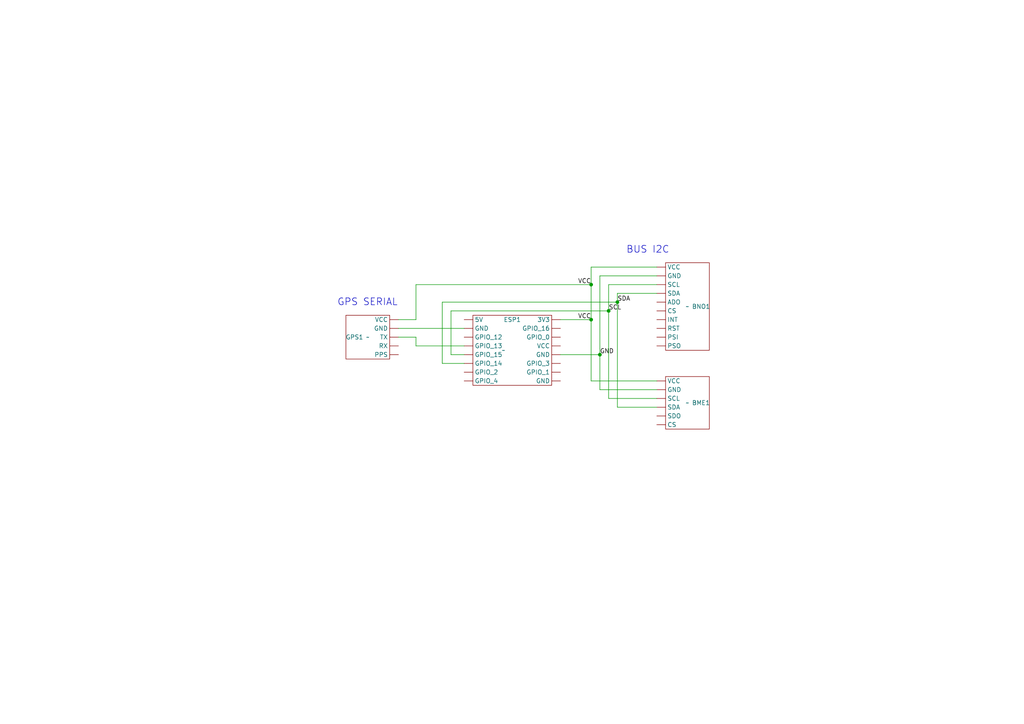
<source format=kicad_sch>
(kicad_sch (version 20230121) (generator eeschema)
  (paper "A4")
  (lib_symbols
    (symbol "componentes:atgm336h"
      (property "Reference" "GPS" (at 0 0 0))
      (symbol "atgm336h_0_1"
        (rectangle (start -6.35 6.35) (end 6.35 -6.35))
      )
      (symbol "atgm336h_1_1"
        (pin unspecified line (at -8.89 2.54 0) (length 2.54) (name "GND") (number ""))
        (pin unspecified line (at -8.89 -5.08 0) (length 2.54) (name "PPS") (number ""))
        (pin unspecified line (at -8.89 -2.54 0) (length 2.54) (name "RX") (number ""))
        (pin unspecified line (at -8.89 0 0) (length 2.54) (name "TX") (number ""))
        (pin unspecified line (at -8.89 5.08 0) (length 2.54) (name "VCC") (number ""))
      )
    )
    (symbol "componentes:bme680"
      (property "Reference" "BME" (at 0 8.89 0))
      (symbol "bme680_0_1"
        (rectangle (start -6.35 7.62) (end 6.35 -7.62))
      )
      (symbol "bme680_1_1"
        (pin unspecified line (at -8.89 -6.35 0) (length 2.54) (name "CS") (number ""))
        (pin unspecified line (at -8.89 3.81 0) (length 2.54) (name "GND") (number ""))
        (pin unspecified line (at -8.89 1.27 0) (length 2.54) (name "SCL") (number ""))
        (pin unspecified line (at -8.89 -1.27 0) (length 2.54) (name "SDA") (number ""))
        (pin unspecified line (at -8.89 -3.81 0) (length 2.54) (name "SDO") (number ""))
        (pin unspecified line (at -8.89 6.35 0) (length 2.54) (name "VCC") (number ""))
      )
    )
    (symbol "componentes:bno080"
      (property "Reference" "BNO" (at 0 13.97 0))
      (symbol "bno080_0_1"
        (rectangle (start -6.35 12.7) (end 6.35 -12.7))
      )
      (symbol "bno080_1_1"
        (pin unspecified line (at -8.89 1.27 0) (length 2.54) (name "ADO") (number ""))
        (pin unspecified line (at -8.89 -1.27 0) (length 2.54) (name "CS") (number ""))
        (pin unspecified line (at -8.89 8.89 0) (length 2.54) (name "GND") (number ""))
        (pin unspecified line (at -8.89 -3.81 0) (length 2.54) (name "INT") (number ""))
        (pin unspecified line (at -8.89 -8.89 0) (length 2.54) (name "PSI") (number ""))
        (pin unspecified line (at -8.89 -11.43 0) (length 2.54) (name "PSO") (number ""))
        (pin unspecified line (at -8.89 -6.35 0) (length 2.54) (name "RST") (number ""))
        (pin unspecified line (at -8.89 6.35 0) (length 2.54) (name "SCL") (number ""))
        (pin unspecified line (at -8.89 3.81 0) (length 2.54) (name "SDA") (number ""))
        (pin unspecified line (at -8.89 11.43 0) (length 2.54) (name "VCC") (number ""))
      )
    )
    (symbol "componentes:esp32-cam"
      (property "Reference" "ESP" (at 0 11.43 0))
      (symbol "esp32-cam_0_1"
        (rectangle (start -11.43 10.16) (end 11.43 -10.16))
      )
      (symbol "esp32-cam_1_1"
        (pin unspecified line (at 13.97 8.89 180) (length 2.54) (name "3V3") (number ""))
        (pin unspecified line (at -13.97 8.89 0) (length 2.54) (name "5V") (number ""))
        (pin unspecified line (at -13.97 6.35 0) (length 2.54) (name "GND") (number ""))
        (pin unspecified line (at 13.97 -8.89 180) (length 2.54) (name "GND") (number ""))
        (pin unspecified line (at 13.97 -1.27 180) (length 2.54) (name "GND") (number ""))
        (pin unspecified line (at 13.97 3.81 180) (length 2.54) (name "GPIO_0") (number ""))
        (pin unspecified line (at 13.97 -6.35 180) (length 2.54) (name "GPIO_1") (number ""))
        (pin unspecified line (at -13.97 3.81 0) (length 2.54) (name "GPIO_12") (number ""))
        (pin unspecified line (at -13.97 1.27 0) (length 2.54) (name "GPIO_13") (number ""))
        (pin unspecified line (at -13.97 -3.81 0) (length 2.54) (name "GPIO_14") (number ""))
        (pin unspecified line (at -13.97 -1.27 0) (length 2.54) (name "GPIO_15") (number ""))
        (pin unspecified line (at 13.97 6.35 180) (length 2.54) (name "GPIO_16") (number ""))
        (pin unspecified line (at -13.97 -6.35 0) (length 2.54) (name "GPIO_2") (number ""))
        (pin unspecified line (at 13.97 -3.81 180) (length 2.54) (name "GPIO_3") (number ""))
        (pin unspecified line (at -13.97 -8.89 0) (length 2.54) (name "GPIO_4") (number ""))
        (pin unspecified line (at 13.97 1.27 180) (length 2.54) (name "VCC") (number ""))
      )
    )
  )
  (junction (at 173.99 102.87))
  (junction (at 171.45 92.71))
  (junction (at 179.07 87.63))
  (junction (at 171.45 82.55))
  (junction (at 176.53 90.17))
  (wire (pts (xy 179.07 85.09) (xy 179.07 87.63)))
  (wire (pts (xy 162.56 102.87) (xy 173.99 102.87)))
  (wire (pts (xy 171.45 82.55) (xy 171.45 92.71)))
  (wire (pts (xy 128.27 105.41) (xy 134.62 105.41)))
  (wire (pts (xy 120.65 92.71) (xy 120.65 82.55)))
  (wire (pts (xy 190.5 80.01) (xy 173.99 80.01)))
  (wire (pts (xy 176.53 90.17) (xy 176.53 115.57)))
  (wire (pts (xy 162.56 92.71) (xy 171.45 92.71)))
  (wire (pts (xy 179.07 118.11) (xy 190.5 118.11)))
  (wire (pts (xy 173.99 80.01) (xy 173.99 102.87)))
  (wire (pts (xy 190.5 77.47) (xy 171.45 77.47)))
  (wire (pts (xy 130.81 102.87) (xy 130.81 90.17)))
  (wire (pts (xy 171.45 110.49) (xy 190.5 110.49)))
  (wire (pts (xy 130.81 90.17) (xy 176.53 90.17)))
  (wire (pts (xy 190.5 85.09) (xy 179.07 85.09)))
  (wire (pts (xy 120.65 82.55) (xy 171.45 82.55)))
  (wire (pts (xy 115.57 92.71) (xy 120.65 92.71)))
  (wire (pts (xy 179.07 87.63) (xy 128.27 87.63)))
  (wire (pts (xy 115.57 95.25) (xy 134.62 95.25)))
  (wire (pts (xy 190.5 82.55) (xy 176.53 82.55)))
  (wire (pts (xy 179.07 87.63) (xy 179.07 118.11)))
  (wire (pts (xy 134.62 102.87) (xy 130.81 102.87)))
  (wire (pts (xy 120.65 97.79) (xy 120.65 100.33)))
  (wire (pts (xy 115.57 97.79) (xy 120.65 97.79)))
  (wire (pts (xy 120.65 100.33) (xy 134.62 100.33)))
  (wire (pts (xy 128.27 87.63) (xy 128.27 105.41)))
  (wire (pts (xy 171.45 92.71) (xy 171.45 110.49)))
  (wire (pts (xy 176.53 115.57) (xy 190.5 115.57)))
  (wire (pts (xy 173.99 113.03) (xy 190.5 113.03)))
  (wire (pts (xy 173.99 102.87) (xy 173.99 113.03)))
  (wire (pts (xy 176.53 82.55) (xy 176.53 90.17)))
  (wire (pts (xy 171.45 77.47) (xy 171.45 82.55)))
  (text "BUS I2C" (at 181.61 73.66 0) (effects (font (size 2 2)) (justify left bottom)))
  (text "GPS SERIAL" (at 97.79 88.9 0) (effects (font (size 2 2)) (justify left bottom)))
  (label "VCC" (at 171.45 92.71 180))
  (label "GND" (at 173.99 102.87 0))
  (label "SCL" (at 176.53 90.17 0))
  (label "SDA" (at 179.07 87.63 0))
  (label "VCC" (at 171.45 82.55 180))
  (symbol (lib_id "componentes:bme680") (at 199.39 116.84 0) (unit 1)
    (property "Reference" "BME1" (at 200.66 116.84 0) (effects (justify left)))
    (property "Value" "~" (at 199.39 116.84 0))
  )
  (symbol (lib_id "componentes:atgm336h") (at 106.68 97.79 0) (mirror y) (unit 1)
    (property "Reference" "GPS1" (at 105.41 97.79 0) (effects (justify left)))
    (property "Value" "~" (at 106.68 97.79 0))
  )
  (symbol (lib_id "componentes:bno080") (at 199.39 88.9 0) (unit 1)
    (property "Reference" "BNO1" (at 200.66 88.9 0) (effects (justify left)))
    (property "Value" "~" (at 199.39 88.9 0))
  )
  (symbol (lib_id "componentes:esp32-cam") (at 148.59 101.6 0) (unit 1)
    (property "Reference" "ESP1" (at 148.59 92.71 0))
    (property "Value" "~" (at 146.05 101.6 0))
  )
)
</source>
